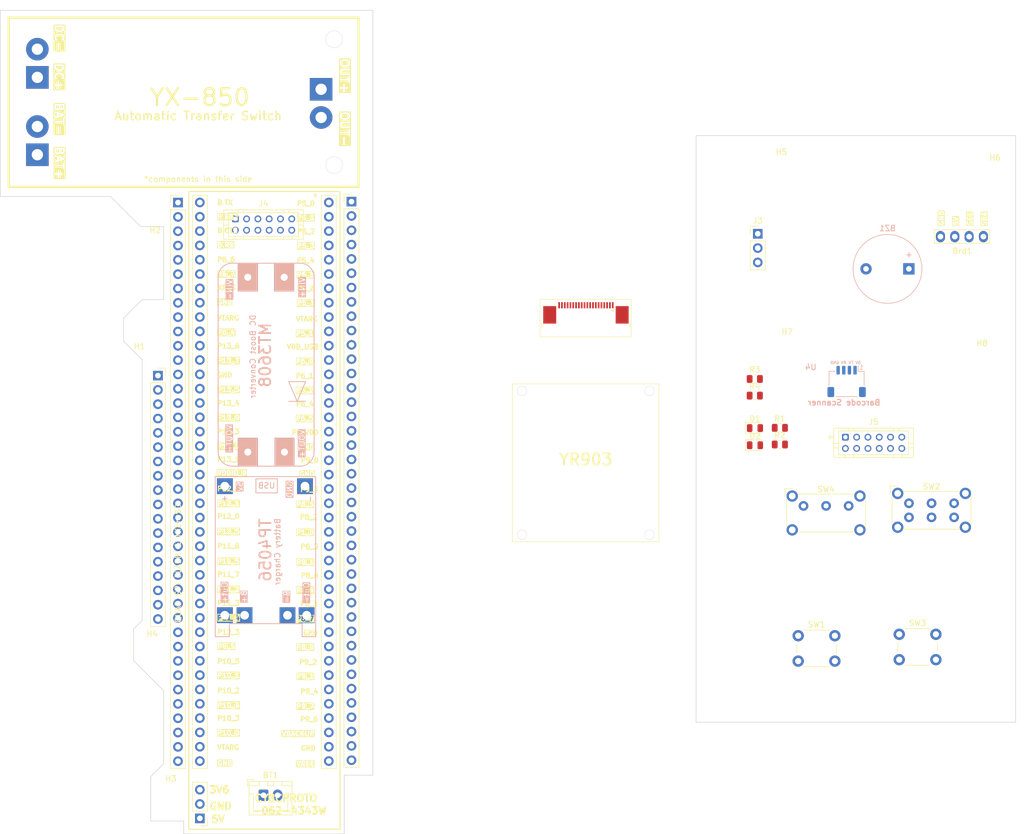
<source format=kicad_pcb>
(kicad_pcb (version 20221018) (generator pcbnew)
  (layers (0 "F.Cu" signal) (31 "B.Cu" signal) (34 "B.Paste" user) (35 "F.Paste" user) (36 "B.SilkS" user "B.Silkscreen") (37 "F.SilkS" user "F.Silkscreen") (38 "B.Mask" user) (39 "F.Mask" user) (44 "Edge.Cuts" user))
  (net 0 "")
  (net 1 "GND")
  (net 2 "+5V")
  (net 3 "P6_0")
  (net 4 "P6_1")
  (net 5 "/PCB1 : Subsistem Data Processing, Gateway, Power/Subsistem Power/BAT+")
  (net 6 "/PCB1 : Subsistem Data Processing, Gateway, Power/Subsistem Power/BAT-")
  (net 7 "P12_3")
  (net 8 "Net-(D1-K)")
  (net 9 "P9_2")
  (net 10 "Net-(D2-K)")
  (net 11 "P9_4")
  (net 12 "P5_0")
  (net 13 "P5_1")
  (net 14 "P5_2")
  (net 15 "P5_3")
  (net 16 "P5_4")
  (net 17 "P5_5")
  (net 18 "P5_6")
  (net 19 "P5_7")
  (net 20 "VTARG")
  (net 21 "VDD_USB")
  (net 22 "P6_2")
  (net 23 "P6_4")
  (net 24 "P6_5")
  (net 25 "P6_VDD")
  (net 26 "P9_0")
  (net 27 "P9_5")
  (net 28 "P9_3")
  (net 29 "P8_5")
  (net 30 "P8_2")
  (net 31 "P1_0")
  (net 32 "P6_3")
  (net 33 "P8_1")
  (net 34 "P8_6")
  (net 35 "P8_4")
  (net 36 "P8_3")
  (net 37 "P8_7")
  (net 38 "P8_0")
  (net 39 "P9_1")
  (net 40 "P9_7")
  (net 41 "P9_6")
  (net 42 "VBACKUP")
  (net 43 "VREF")
  (net 44 "B.TX")
  (net 45 "B.RTS")
  (net 46 "B.CTS")
  (net 47 "B.RX")
  (net 48 "P6_6")
  (net 49 "P6_7")
  (net 50 "XRES")
  (net 51 "P0_4")
  (net 52 "P13_6")
  (net 53 "P13_7")
  (net 54 "P13_5")
  (net 55 "P13_4")
  (net 56 "P13_0")
  (net 57 "P13_3")
  (net 58 "P13_2")
  (net 59 "P13_1")
  (net 60 "VDDIO_0")
  (net 61 "P12_4")
  (net 62 "P12_1")
  (net 63 "P12_0")
  (net 64 "P12_5")
  (net 65 "P11_6")
  (net 66 "P11_5")
  (net 67 "P11_7")
  (net 68 "P11_2")
  (net 69 "P11_3")
  (net 70 "P11_4")
  (net 71 "P0_5")
  (net 72 "P10_5")
  (net 73 "P10_1")
  (net 74 "P10_2")
  (net 75 "P10_4")
  (net 76 "P10_3")
  (net 77 "P10_0")
  (net 78 "/PCB1 : Subsistem Data Processing, Gateway, Power/POWER_BUTTON_OUT")
  (net 79 "+3V3")
  (net 82 "/PCB1 : Subsistem Data Processing, Gateway, Power/BAT_SW_OUT")
  (net 83 "/PCB1 : Subsistem Data Processing, Gateway, Power/BAT_SW_IN")
  (net 86 "/PCB1 : Subsistem Data Processing, Gateway, Power/POWER_RFID")
  (net 87 "/PCB1 : Subsistem Data Processing, Gateway, Power/POWER_BARCODE")
  (net 88 "/PCB1 : Subsistem Data Processing, Gateway, Power/Subsistem Power/MT3068_VOUT+")
  (net 89 "/PCB1 : Subsistem Data Processing, Gateway, Power/Subsistem Power/MT3068_VOUT-")
  (net 90 "/PCB1 : Subsistem Data Processing, Gateway, Power/Subsistem Power/MT3068_VIN-")
  (footprint "MountingHole:MountingHole_2.2mm_M2" (layer "F.Cu") (at 46.482 170.942)
    (fp_text reference "H3")
    (fp_text value "MountingHole")
  )
  (footprint "Connector_PinHeader_2.54mm:PinHeader_1x40_P2.54mm_Vertical" (layer "F.Cu") (at 47.75 65.59)
    (fp_text reference "J2" hide)
    (fp_text value "Conn_01x40_Socket")
  )
  (footprint "MountingHole:MountingHole_2.2mm_M2" (layer "F.Cu") (at 42.672 87.884)
    (fp_text reference "H1")
    (fp_text value "MountingHole")
  )
  (footprint "Resistor_SMD:R_0805_2012Metric" (layer "F.Cu") (at 154.4185 108.487)
    (fp_text reference "R2")
    (fp_text value "R")
  )
  (footprint "Button_Switch_THT:SW_E-Switch_EG1224_SPDT_Angled" (layer "F.Cu") (at 158.6125 119.3815)
    (fp_text reference "SW4")
    (fp_text value "SW_SPDT")
  )
  (footprint "Button_Switch_THT:SW_PUSH_6mm_H9.5mm" (layer "F.Cu") (at 157.669 142.403)
    (fp_text reference "SW1")
    (fp_text value "SW_Push_Open")
  )
  (footprint "Resistor_SMD:R_0805_2012Metric" (layer "F.Cu") (at 149.9735 96.872)
    (fp_text reference "R3")
    (fp_text value "R")
  )
  (footprint "WMS_components:YX850_v2" (layer "F.Cu") (at 17.4935 47.786)
    (fp_text reference "U1" hide)
    (fp_text value "~")
    (fp_circle (center 57.912 -11.152) (end 59.412 -11.152) (stroke (width 0.05)) (fill none) (layer "Edge.Cuts"))
    (fp_circle (center 57.912 11.152) (end 59.412 11.152) (stroke (width 0.05)) (fill none) (layer "Edge.Cuts"))
  )
  (footprint "Button_Switch_THT:SW_E-Switch_EG2219_DPDT_Angled" (layer "F.Cu") (at 177.303 118.912)
    (fp_text reference "SW2")
    (fp_text value "SW_Push_DPDT")
  )
  (footprint "MountingHole:MountingHole_2.2mm_M2" (layer "F.Cu") (at 190.256 93.726)
    (fp_text reference "H8")
    (fp_text value "MountingHole")
  )
  (footprint "Resistor_SMD:R_0805_2012Metric" (layer "F.Cu") (at 149.9735 99.822)
    (fp_text reference "R4")
    (fp_text value "R")
  )
  (footprint "MountingHole:MountingHole_2.2mm_M2" (layer "F.Cu") (at 155.712 91.694)
    (fp_text reference "H7")
    (fp_text value "MountingHole")
  )
  (footprint "Connector_JST:JST_XH_B2B-XH-A_1x02_P2.50mm_Vertical" (layer "F.Cu") (at 62.905 170.688)
    (fp_text reference "BT1")
    (fp_text value "Battery")
  )
  (footprint "Connector_PinHeader_2.54mm:PinHeader_1x03_P2.54mm_Vertical" (layer "F.Cu") (at 150.505 71.12)
    (fp_text reference "J3")
    (fp_text value "Conn_01x03_Socket")
  )
  (footprint "Connector_PinHeader_2.54mm:PinHeader_1x40_P2.54mm_Vertical" (layer "F.Cu") (at 78.5 65.42)
    (fp_text reference "J1" hide)
    (fp_text value "Conn_01x40_Socket")
  )
  (footprint "Button_Switch_THT:SW_PUSH_6mm_H9.5mm" (layer "F.Cu") (at 175.576 142.149)
    (fp_text reference "SW3")
    (fp_text value "SW_Push_Open")
  )
  (footprint "WMS_components:Quad_SPI_flash_microSD_v2" (layer "F.Cu") (at 44.196 96.266)
    (fp_text reference "U5" hide)
    (fp_text value "~")
  )
  (footprint "MountingHole:MountingHole_2.2mm_M2" (layer "F.Cu") (at 42.418 66.294)
    (fp_text reference "H2")
    (fp_text value "MountingHole")
  )
  (footprint "WMS_components:CY8CPROTO-062-4343W_v2" (layer "F.Cu") (at 63.943 115.125)
    (fp_text reference "U6" hide)
    (fp_text value "~")
  )
  (footprint "Connector_JST:JST_PHD_B12B-PHDSS_2x06_P2.00mm_Vertical" (layer "F.Cu") (at 57.913 68.485)
    (fp_text reference "J4")
    (fp_text value "Conn_02x06_Odd_Even")
  )
  (footprint "Connector_JST:JST_PHD_B12B-PHDSS_2x06_P2.00mm_Vertical" (layer "F.Cu") (at 166.031 107.188)
    (fp_text reference "J5")
    (fp_text value "Conn_02x06_Odd_Even")
  )
  (footprint "LED_SMD:LED_0805_2012Metric" (layer "F.Cu") (at 150.0085 105.582)
    (fp_text reference "D1")
    (fp_text value "LED")
  )
  (footprint "MountingHole:MountingHole_2.2mm_M2" (layer "F.Cu") (at 154.696 59.817)
    (fp_text reference "H5")
    (fp_text value "MountingHole")
  )
  (footprint "MountingHole:MountingHole_2.2mm_M2" (layer "F.Cu") (at 43.18 145.288)
    (fp_text reference "H4")
    (fp_text value "MountingHole")
  )
  (footprint "WMS_components:YR903_RFID_Scanner_FPC" (layer "F.Cu") (at 119.8074 103.8906)
    (fp_text reference "U7" hide)
    (fp_text value "~")
    (fp_circle (center -11.1074 -4.9022) (end -10.2574 -4.9022) (stroke (width 0.05)) (fill none) (layer "Edge.Cuts"))
    (fp_circle (center -11.1074 20.5978) (end -10.2574 20.5978) (stroke (width 0.05)) (fill none) (layer "Edge.Cuts"))
    (fp_circle (center 11.4926 -4.9022) (end 12.3426 -4.9022) (stroke (width 0.05)) (fill none) (layer "Edge.Cuts"))
    (fp_circle (center 11.4926 20.5978) (end 12.3426 20.5978) (stroke (width 0.05)) (fill none) (layer "Edge.Cuts"))
  )
  (footprint "Resistor_SMD:R_0805_2012Metric" (layer "F.Cu") (at 154.4185 105.537)
    (fp_text reference "R1")
    (fp_text value "R")
  )
  (footprint "MountingHole:MountingHole_2.2mm_M2" (layer "F.Cu") (at 192.542 60.833)
    (fp_text reference "H6")
    (fp_text value "MountingHole")
  )
  (footprint "LED_SMD:LED_0805_2012Metric" (layer "F.Cu") (at 150.0085 108.622)
    (fp_text reference "D2")
    (fp_text value "LED")
  )
  (footprint "WMS_components:128x64OLED_v2" (layer "F.Cu") (at 186.7662 72.5932)
    (fp_text reference "Brd1")
    (fp_text value "SSD1306")
  )
  (footprint "Buzzer_Beeper:Buzzer_12x9.5RM7.6" (layer "B.Cu") (at 177.292 77.343 180)
    (fp_text reference "BZ1")
    (fp_text value "Buzzer")
  )
  (footprint "WMS_components:GM67_Barcode_Scanner" (layer "B.Cu") (at 166.247 97.312 180)
    (fp_text reference "U4")
    (fp_text value "~")
  )
  (footprint "WMS_components:MT3608_module_v2" (layer "B.Cu") (at 63.373 92.837 90)
    (fp_text reference "U2" hide)
    (fp_text value "~")
  )
  (footprint "WMS_components:TP4056-18650_v2" (layer "B.Cu") (at 54.356 114.173 -90)
    (fp_text reference "U3" hide)
    (fp_text value "~")
  )
  (gr_line (start 45.212 152.146) (end 39.878 146.812) (stroke (width 0.1)) (layer "Edge.Cuts"))
  (gr_line (start 77.216 167.132) (end 77.216 177.546) (stroke (width 0.1)) (layer "Edge.Cuts"))
  (gr_line (start 16.256 64.516) (end 16.256 31.496) (stroke (width 0.1)) (layer "Edge.Cuts"))
  (gr_line (start 45.212 71.628) (end 45.212 69.85) (stroke (width 0.1)) (layer "Edge.Cuts"))
  (gr_line (start 38.1 86.106) (end 41.402 82.804) (stroke (width 0.1)) (layer "Edge.Cuts"))
  (gr_line (start 41.402 139.7) (end 41.402 93.472) (stroke (width 0.1)) (layer "Edge.Cuts"))
  (gr_line (start 42.926 175.26) (end 42.926 167.386) (stroke (width 0.1)) (layer "Edge.Cuts"))
  (gr_line (start 41.402 82.804) (end 45.212 82.804) (stroke (width 0.1)) (layer "Edge.Cuts"))
  (gr_line (start 38.1 90.17) (end 38.1 86.106) (stroke (width 0.1)) (layer "Edge.Cuts"))
  (gr_line (start 35.814 64.516) (end 16.256 64.516) (stroke (width 0.1)) (layer "Edge.Cuts"))
  (gr_line (start 82.296 167.132) (end 77.216 167.132) (stroke (width 0.1)) (layer "Edge.Cuts"))
  (gr_line (start 82.296 31.496) (end 82.296 167.132) (stroke (width 0.1)) (layer "Edge.Cuts"))
  (gr_line (start 45.212 82.804) (end 45.212 71.628) (stroke (width 0.1)) (layer "Edge.Cuts"))
  (gr_line (start 48.768 175.26) (end 42.926 175.26) (stroke (width 0.1)) (layer "Edge.Cuts"))
  (gr_line (start 77.216 177.546) (end 48.768 177.546) (stroke (width 0.1)) (layer "Edge.Cuts"))
  (gr_line (start 41.148 69.85) (end 35.814 64.516) (stroke (width 0.1)) (layer "Edge.Cuts"))
  (gr_line (start 41.402 93.472) (end 38.1 90.17) (stroke (width 0.1)) (layer "Edge.Cuts"))
  (gr_rect (start 139.573 53.721) (end 196.215 157.734) (stroke (width 0.1)) (fill none) (layer "Edge.Cuts"))
  (gr_line (start 16.256 31.496) (end 82.296 31.496) (stroke (width 0.1)) (layer "Edge.Cuts"))
  (gr_line (start 45.212 69.85) (end 41.148 69.85) (stroke (width 0.1)) (layer "Edge.Cuts"))
  (gr_line (start 48.768 177.546) (end 48.768 175.26) (stroke (width 0.1)) (layer "Edge.Cuts"))
  (gr_line (start 45.212 165.1) (end 45.212 152.146) (stroke (width 0.1)) (layer "Edge.Cuts"))
  (gr_line (start 39.878 146.812) (end 39.878 141.224) (stroke (width 0.1)) (layer "Edge.Cuts"))
  (gr_line (start 39.878 141.224) (end 41.402 139.7) (stroke (width 0.1)) (layer "Edge.Cuts"))
  (gr_line (start 42.926 167.386) (end 45.212 165.1) (stroke (width 0.1)) (layer "Edge.Cuts"))
)
</source>
